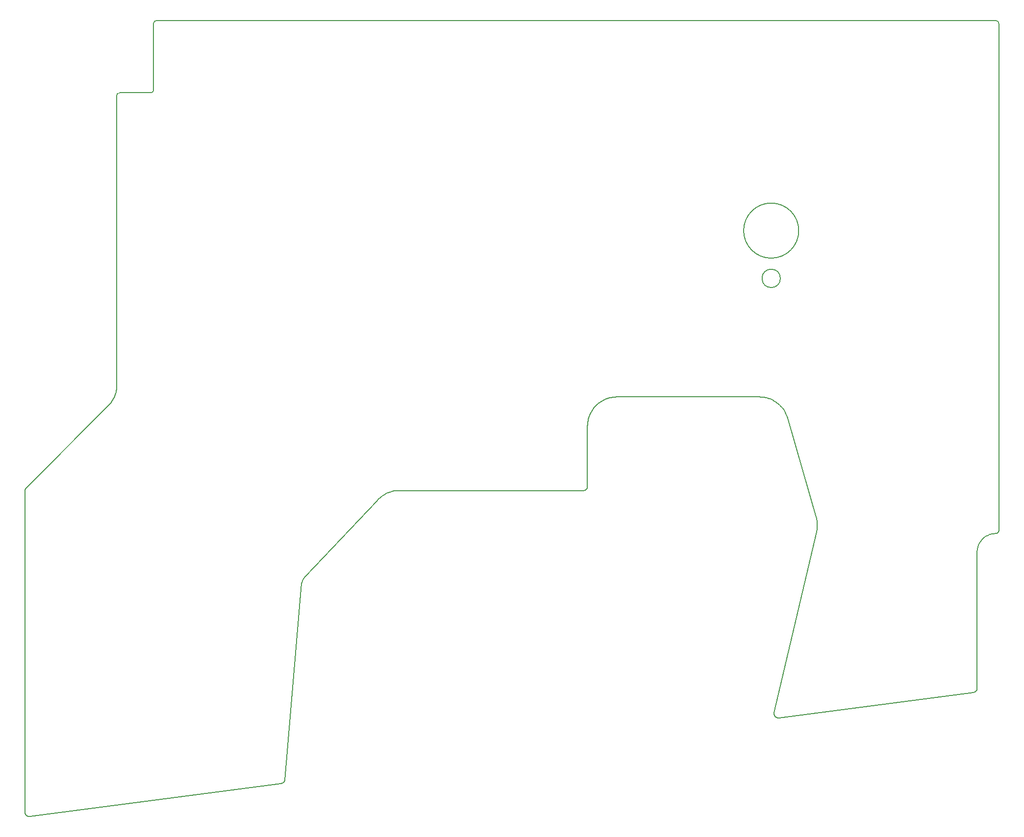
<source format=gbr>
%TF.GenerationSoftware,KiCad,Pcbnew,7.0.1*%
%TF.CreationDate,2023-04-16T02:52:33-08:00*%
%TF.ProjectId,SELECT JETT PANEL,53454c45-4354-4204-9a45-54542050414e,4*%
%TF.SameCoordinates,Original*%
%TF.FileFunction,Profile,NP*%
%FSLAX46Y46*%
G04 Gerber Fmt 4.6, Leading zero omitted, Abs format (unit mm)*
G04 Created by KiCad (PCBNEW 7.0.1) date 2023-04-16 02:52:33*
%MOMM*%
%LPD*%
G01*
G04 APERTURE LIST*
%TA.AperFunction,Profile*%
%ADD10C,0.200000*%
%TD*%
G04 APERTURE END LIST*
D10*
X198710000Y-65655000D02*
G75*
G03*
X198710000Y-65655000I-4762500J0D01*
G01*
X195535000Y-73910000D02*
G75*
G03*
X195535000Y-73910000I-1587500J0D01*
G01*
X164268286Y-95405407D02*
X164071086Y-95559028D01*
X232121572Y-118082515D02*
X231969379Y-118114191D01*
X161486361Y-110600146D02*
X161448576Y-110601083D01*
X229470375Y-144996789D02*
X229457503Y-145028272D01*
X196585776Y-97488598D02*
X196500269Y-97299481D01*
X233007111Y-117893884D02*
X232977209Y-117913922D01*
X232631420Y-118030066D02*
X232593138Y-118032250D01*
X231969379Y-118114191D02*
X231819991Y-118153011D01*
X228858061Y-145479920D02*
X195307463Y-149896935D01*
X167290587Y-94408586D02*
X167038683Y-94414829D01*
X229410916Y-145118364D02*
X229392845Y-145146812D01*
X201874294Y-117254869D02*
X201893417Y-117093855D01*
X232848213Y-117979673D02*
X232813838Y-117992282D01*
X163698470Y-95896485D02*
X163524763Y-96079022D01*
X161670191Y-110568147D02*
X161634312Y-110578103D01*
X165119984Y-94895666D02*
X164898457Y-95007045D01*
X229500541Y-144898535D02*
X229491928Y-144931882D01*
X87770000Y-29330000D02*
G75*
G03*
X87270000Y-29830000I0J-500000D01*
G01*
X195968851Y-96425447D02*
X195843188Y-96266002D01*
X229820866Y-119856229D02*
X229759807Y-119994595D01*
X201801347Y-115484043D02*
X201763878Y-115325821D01*
X201907380Y-116932475D02*
X201916186Y-116770854D01*
X231121579Y-118447599D02*
X230992893Y-118525281D01*
X233329616Y-117308978D02*
X233326799Y-117346829D01*
X162206841Y-109914403D02*
X162202219Y-109951613D01*
X194806905Y-95311500D02*
X194638882Y-95200033D01*
X65094198Y-166415558D02*
X65082542Y-166376974D01*
X161634312Y-110578103D02*
X161597927Y-110586307D01*
X194448020Y-149197118D02*
X194446045Y-149151356D01*
X229759807Y-119994595D02*
X229705241Y-120136297D01*
X166052331Y-94561794D02*
X165813141Y-94628171D01*
X196201396Y-96760149D02*
X196088320Y-96590213D01*
X161871338Y-110473064D02*
X161839808Y-110492990D01*
X230868303Y-118608773D02*
X230747993Y-118697886D01*
X127396557Y-111162549D02*
X127053097Y-111356351D01*
X161561099Y-110592732D02*
X161523889Y-110597354D01*
X231390500Y-118310428D02*
X231254176Y-118375918D01*
X233297737Y-117492514D02*
X233286244Y-117527277D01*
X126726076Y-111575865D02*
X126416999Y-111819995D01*
X65070354Y-110475268D02*
X65078558Y-110438884D01*
X65160513Y-166561916D02*
X65141052Y-166526680D01*
X162195794Y-109988441D02*
X162187590Y-110024826D01*
X195282596Y-95684439D02*
X195128961Y-95553853D01*
X194612805Y-149617280D02*
X194584931Y-149580155D01*
X194945221Y-149856717D02*
X194902928Y-149839729D01*
X65205097Y-110171285D02*
X65228141Y-110141706D01*
X201721281Y-115168595D02*
X196797148Y-98081864D01*
X195431036Y-95821097D02*
X195282596Y-95684439D01*
X164682388Y-95129243D02*
X164472192Y-95262088D01*
X109888559Y-160751892D02*
X109877917Y-160777004D01*
X65413312Y-166821934D02*
X65379453Y-166799465D01*
X80077076Y-95148177D02*
X80209920Y-94937983D01*
X79616389Y-95739355D02*
X79780138Y-95549280D01*
X229179709Y-145359603D02*
X229151047Y-145377723D01*
X192952809Y-94515171D02*
X192749808Y-94477201D01*
X192749808Y-94477201D02*
X192544408Y-94447407D01*
X162177634Y-110060704D02*
X162165952Y-110096013D01*
X193350812Y-94615038D02*
X193153210Y-94561166D01*
X162430160Y-98011140D02*
X162363784Y-98250330D01*
X163524763Y-96079022D02*
X163361013Y-96269097D01*
X229331486Y-145226862D02*
X229308766Y-145251649D01*
X79780138Y-95549280D02*
X79933758Y-95352082D01*
X65100196Y-110367697D02*
X65113579Y-110333019D01*
X194470206Y-149332023D02*
X194460131Y-149287573D01*
X231530367Y-118251320D02*
X231390500Y-118310428D01*
X109812462Y-160894739D02*
X109780926Y-160937884D01*
X231673592Y-118198784D02*
X231530367Y-118251320D01*
X201860895Y-115802984D02*
X201833688Y-115643139D01*
X201893417Y-117093855D02*
X201907380Y-116932475D01*
X229616325Y-120428944D02*
X229582344Y-120579509D01*
X229520583Y-144724442D02*
X229519758Y-144760112D01*
X229491928Y-144931882D02*
X229481862Y-144964646D01*
X80209920Y-94937983D02*
X80332117Y-94721915D01*
X164472192Y-95262088D02*
X164268286Y-95405407D01*
X162187590Y-110024826D02*
X162177634Y-110060704D01*
X194821631Y-149798256D02*
X194782864Y-149773859D01*
X162216821Y-99236677D02*
X162210577Y-99488580D01*
X80777365Y-93568047D02*
X80832059Y-93325482D01*
X194745509Y-149747078D02*
X194709683Y-149717957D01*
X233035986Y-117872497D02*
X233007111Y-117893884D01*
X194109237Y-94906275D02*
X193924827Y-94822403D01*
X129307817Y-110617592D02*
X128904716Y-110666391D01*
X201785933Y-117734475D02*
X201820555Y-117575302D01*
X201850007Y-117415392D02*
X201874294Y-117254869D01*
X229481862Y-144964646D02*
X229470375Y-144996789D01*
X109537708Y-161140802D02*
X109489610Y-161164096D01*
X109866433Y-160801615D02*
X109841016Y-160849273D01*
X192544408Y-94447407D02*
X192336809Y-94425940D01*
X194516126Y-149460797D02*
X194498235Y-149418756D01*
X201918339Y-116447381D02*
X201911692Y-116285777D01*
X109489610Y-161164096D02*
X109439763Y-161184039D01*
X65163673Y-110233398D02*
X65183600Y-110201870D01*
X65141052Y-166526680D02*
X65123489Y-166490489D01*
X230126341Y-119339922D02*
X230041155Y-119463044D01*
X233273149Y-117561286D02*
X233258495Y-117594494D01*
X65346704Y-166775116D02*
X65315147Y-166748910D01*
X109388321Y-161200504D02*
X109362050Y-161207391D01*
X65484030Y-166861128D02*
X65448198Y-166842496D01*
X229353096Y-145201101D02*
X229331486Y-145226862D01*
X109898340Y-160726297D02*
X109888559Y-160751892D01*
X192127209Y-94412949D02*
X191915808Y-94408586D01*
X229519758Y-144760112D02*
X229517307Y-144795395D01*
X109877917Y-160777004D02*
X109866433Y-160801615D01*
X65228141Y-110141706D02*
X65252703Y-110113196D01*
X194446834Y-149105400D02*
X194450417Y-149059371D01*
X228995374Y-145448812D02*
X228962007Y-145458854D01*
X232977209Y-117913922D02*
X232946324Y-117932566D01*
X65107859Y-166453422D02*
X65094198Y-166415558D01*
X233116004Y-117800699D02*
X233090476Y-117825859D01*
X229507664Y-144864646D02*
X229500541Y-144898535D01*
X81380000Y-41830000D02*
G75*
G03*
X80880000Y-42330000I0J-500000D01*
G01*
X201833688Y-115643139D02*
X201801347Y-115484043D01*
X201919838Y-116609115D02*
X201918339Y-116447381D01*
X194536560Y-149501792D02*
X194516126Y-149460797D01*
X229121515Y-145394595D02*
X229091147Y-145410178D01*
X229513264Y-144830253D02*
X229507664Y-144864646D01*
X128904716Y-110666391D02*
X128510535Y-110746381D01*
X161523889Y-110597354D02*
X161486361Y-110600146D01*
X65917030Y-166931481D02*
X65876231Y-166935740D01*
X233307584Y-117457042D02*
X233297737Y-117492514D01*
X229260132Y-145298145D02*
X229234286Y-145319775D01*
X165577742Y-94706057D02*
X165346550Y-94795280D01*
X229234286Y-145319775D02*
X229207467Y-145340274D01*
X231819991Y-118153011D02*
X231673592Y-118198784D01*
X162597268Y-97544552D02*
X162508045Y-97775742D01*
X165346550Y-94795280D02*
X165119984Y-94895666D01*
X232778701Y-118003268D02*
X232742847Y-118012584D01*
X161740181Y-110543082D02*
X161705502Y-110556465D01*
X229705241Y-120136297D02*
X229657352Y-120281143D01*
X233205627Y-117688858D02*
X233185182Y-117718407D01*
X65794835Y-166937665D02*
X65754404Y-166935381D01*
X194466464Y-95095240D02*
X194289849Y-94997270D01*
X232669162Y-118026029D02*
X232631420Y-118030066D01*
X233140326Y-117774374D02*
X233116004Y-117800699D01*
X161901924Y-110451567D02*
X161871338Y-110473064D01*
X65315147Y-166748910D02*
X65285044Y-166721044D01*
X65256625Y-166691753D02*
X65229928Y-166661117D01*
X87770000Y-29330000D02*
X232670000Y-29320000D01*
X80332117Y-94721915D02*
X80443495Y-94500390D01*
X162102477Y-110230316D02*
X162082551Y-110261845D01*
X86780000Y-41830000D02*
G75*
G03*
X87280000Y-41330000I0J500000D01*
G01*
X194638882Y-95200033D02*
X194466464Y-95095240D01*
X195122608Y-149898669D02*
X195077266Y-149892168D01*
X65145344Y-110265807D02*
X65163673Y-110233398D01*
X162266249Y-98738419D02*
X162235435Y-98986485D01*
X65278759Y-110085816D02*
X79442683Y-95921891D01*
X109841016Y-160849273D02*
X109812462Y-160894739D01*
X65635162Y-166915844D02*
X65596372Y-166905187D01*
X193545415Y-94676635D02*
X193350812Y-94615038D01*
X162209633Y-109876875D02*
X162206841Y-109914403D01*
X109907240Y-160700234D02*
X112850000Y-126610000D01*
X229888233Y-119721388D02*
X229820866Y-119856229D01*
X109746562Y-160978579D02*
X109709523Y-161016695D01*
X196088320Y-96590213D02*
X195968851Y-96425447D01*
X230313242Y-119106730D02*
X230217098Y-119221087D01*
X65088514Y-110403006D02*
X65100196Y-110367697D01*
X65183600Y-110201870D02*
X65205097Y-110171285D01*
X233242327Y-117626855D02*
X233224690Y-117658326D01*
X194902928Y-149839729D02*
X194861691Y-149820228D01*
X162165952Y-110096013D02*
X162152569Y-110130692D01*
X109583902Y-161114286D02*
X109537708Y-161140802D01*
X162697654Y-97317986D02*
X162597268Y-97544552D01*
X162309090Y-98492895D02*
X162266249Y-98738419D01*
X229151047Y-145377723D02*
X229121515Y-145394595D01*
X65056516Y-110586834D02*
X65059308Y-110549306D01*
X229524521Y-121045882D02*
X229520567Y-121205598D01*
X109362050Y-161207391D02*
X109335438Y-161213361D01*
X65835472Y-166937793D02*
X65794835Y-166937665D01*
X109308504Y-161218396D02*
X109281268Y-161222482D01*
X65056669Y-166217010D02*
X65055566Y-166176003D01*
X229961724Y-119590262D02*
X229888233Y-119721388D01*
X65123489Y-166490489D02*
X65107859Y-166453422D01*
X194584931Y-149580155D02*
X194559506Y-149541618D01*
X230217098Y-119221087D02*
X230126341Y-119339922D01*
X229443279Y-145059054D02*
X229427739Y-145089098D01*
X65252703Y-110113196D02*
X65278759Y-110085816D01*
X201911692Y-116285777D02*
X201899901Y-116124427D01*
X65558199Y-166892498D02*
X65520724Y-166877803D01*
X109780926Y-160937884D02*
X109746562Y-160978579D01*
X228893316Y-145474447D02*
X228858061Y-145479920D01*
X65285044Y-166721044D02*
X65256625Y-166691753D01*
X165813141Y-94628171D02*
X165577742Y-94706057D01*
X127754952Y-110995557D02*
X127396557Y-111162549D01*
X233185182Y-117718407D02*
X233163401Y-117746928D01*
X80832059Y-93325482D02*
X80874900Y-93079958D01*
X230520951Y-118892210D02*
X230414587Y-118997041D01*
X194466093Y-148967584D02*
X201785933Y-117734475D01*
X194460131Y-149287573D02*
X194452725Y-149242565D01*
X109907240Y-160700234D02*
X109898340Y-160726297D01*
X229284970Y-145275423D02*
X229260132Y-145298145D01*
X229520567Y-121205598D02*
X229520583Y-144724442D01*
X126416999Y-111819995D02*
X126127368Y-112087647D01*
X195260963Y-149901616D02*
X195214574Y-149903436D01*
X126127368Y-112087647D02*
X125858687Y-112377723D01*
X232593138Y-118032250D02*
X232433636Y-118041354D01*
X162363784Y-98250330D02*
X162309090Y-98492895D01*
X229091147Y-145410178D02*
X229059978Y-145424435D01*
X65082542Y-166376974D02*
X65072925Y-166337749D01*
X233163401Y-117746928D02*
X233140326Y-117774374D01*
X229059978Y-145424435D02*
X229028042Y-145437327D01*
X65876231Y-166935740D02*
X65835472Y-166937793D01*
X195032508Y-149882980D02*
X194988454Y-149871149D01*
X195077266Y-149892168D02*
X195032508Y-149882980D01*
X80905714Y-92831891D02*
X80924329Y-92581699D01*
X162152569Y-110130692D02*
X162137512Y-110164676D01*
X195168417Y-149902439D02*
X195122608Y-149898669D01*
X162210577Y-99488580D02*
X162210570Y-109839089D01*
X167038683Y-94414829D02*
X166788490Y-94433444D01*
X233326799Y-117346829D02*
X233322159Y-117384154D01*
X232813838Y-117992282D02*
X232778701Y-118003268D01*
X163064073Y-96670199D02*
X162931229Y-96880394D01*
X201882967Y-115963455D02*
X201860895Y-115802984D01*
X109281268Y-161222482D02*
X65917030Y-166931481D01*
X125858687Y-112377723D02*
X113476909Y-125408413D01*
X127053097Y-111356351D02*
X126726076Y-111575865D01*
X232946324Y-117932566D02*
X232914500Y-117949770D01*
X113476909Y-125408413D02*
G75*
G03*
X112850000Y-126610000I2103091J-1861587D01*
G01*
X233330565Y-117270646D02*
X233329616Y-117308978D01*
X232433636Y-118041354D02*
X232276386Y-118058172D01*
X196500269Y-97299481D02*
X196407570Y-97114934D01*
X65055581Y-110624620D02*
X65056516Y-110586834D01*
X162013450Y-110350525D02*
X161987395Y-110377908D01*
X233310000Y-29960000D02*
G75*
G03*
X232670000Y-29320000I-640000J0D01*
G01*
X161931504Y-110428525D02*
X161901924Y-110451567D01*
X228962007Y-145458854D02*
X228927976Y-145467412D01*
X229657352Y-120281143D02*
X229616325Y-120428944D01*
X196734415Y-97879940D02*
X196663891Y-97682134D01*
X162508045Y-97775742D02*
X162430160Y-98011140D01*
X130004484Y-110584967D02*
X129307817Y-110617592D01*
X65059953Y-166257689D02*
X65056669Y-166217010D01*
X194456827Y-149013392D02*
X194466093Y-148967584D01*
X232276386Y-118058172D02*
X232121572Y-118082515D01*
X109709523Y-161016695D02*
X109669964Y-161052104D01*
X80710989Y-93807237D02*
X80777365Y-93568047D01*
X161960015Y-110403963D02*
X161931504Y-110428525D01*
X80443495Y-94500390D02*
X80543881Y-94273825D01*
X161705502Y-110556465D02*
X161670191Y-110568147D01*
X166788490Y-94433444D02*
X166540422Y-94464258D01*
X229457503Y-145028272D02*
X229443279Y-145059054D01*
X232706319Y-118020187D02*
X232669162Y-118026029D01*
X193153210Y-94561166D02*
X192952809Y-94515171D01*
X162038012Y-110322012D02*
X162013450Y-110350525D01*
X228927976Y-145467412D02*
X228893316Y-145474447D01*
X230414587Y-118997041D02*
X230313242Y-119106730D01*
X65379453Y-166799465D02*
X65346704Y-166775116D01*
X229207467Y-145340274D02*
X229179709Y-145359603D01*
X229028042Y-145437327D02*
X228995374Y-145448812D01*
X233322159Y-117384154D02*
X233315739Y-117420907D01*
X195711532Y-96112029D02*
X195574081Y-95963677D01*
X161597927Y-110586307D02*
X161561099Y-110592732D01*
X162082551Y-110261845D02*
X162061054Y-110292432D01*
X233286244Y-117527277D02*
X233273149Y-117561286D01*
X65520724Y-166877803D02*
X65484030Y-166861128D01*
X229308766Y-145251649D02*
X229284970Y-145275423D01*
X65674485Y-166924446D02*
X65635162Y-166915844D01*
X128126779Y-110856469D02*
X127754952Y-110995557D01*
X233315739Y-117420907D02*
X233307584Y-117457042D01*
X80543881Y-94273825D02*
X80633103Y-94042635D01*
X229427739Y-145089098D02*
X229410916Y-145118364D01*
X128510535Y-110746381D02*
X128126779Y-110856469D01*
X194988454Y-149871149D02*
X194945221Y-149856717D01*
X233063789Y-117849806D02*
X233035986Y-117872497D01*
X193924827Y-94822403D02*
X193736820Y-94745807D01*
X196663891Y-97682134D02*
X196585776Y-97488598D01*
X229582344Y-120579509D02*
X229555593Y-120732647D01*
X194450417Y-149059371D02*
X194456827Y-149013392D01*
X80930572Y-92329797D02*
X80880000Y-42330000D01*
X163881009Y-95722778D02*
X163698470Y-95896485D01*
X194782864Y-149773859D02*
X194745509Y-149747078D01*
X229373560Y-145174404D02*
X229353096Y-145201101D01*
X201899901Y-116124427D02*
X201882967Y-115963455D01*
X87270000Y-29830000D02*
X87280000Y-41330000D01*
X230041155Y-119463044D02*
X229961724Y-119590262D01*
X193736820Y-94745807D02*
X193545415Y-94676635D01*
X194498235Y-149418756D02*
X194482917Y-149375791D01*
X229392845Y-145146812D02*
X229373560Y-145174404D01*
X194289849Y-94997270D02*
X194109237Y-94906275D01*
X80633103Y-94042635D02*
X80710989Y-93807237D01*
X109439763Y-161184039D02*
X109388321Y-161200504D01*
X233090476Y-117825859D02*
X233063789Y-117849806D01*
X79442683Y-95921891D02*
X79616389Y-95739355D01*
X230632147Y-118792428D02*
X230520951Y-118892210D01*
X233310000Y-29960000D02*
X233330565Y-117270646D01*
X65754404Y-166935381D02*
X65714260Y-166930967D01*
X195574081Y-95963677D02*
X195431036Y-95821097D01*
X65181836Y-166596120D02*
X65160513Y-166561916D01*
X194482917Y-149375791D02*
X194470206Y-149332023D01*
X65596372Y-166905187D02*
X65558199Y-166892498D01*
X191915808Y-94408586D02*
X167290587Y-94408586D01*
X201916186Y-116770854D02*
X201919838Y-116609115D01*
X194861691Y-149820228D02*
X194821631Y-149798256D01*
X65128637Y-110299035D02*
X65145344Y-110265807D01*
X229555593Y-120732647D02*
X229536257Y-120888168D01*
X161987395Y-110377908D02*
X161960015Y-110403963D01*
X80924329Y-92581699D02*
X80930572Y-92329797D01*
X65059308Y-110549306D02*
X65063929Y-110512096D01*
X162235435Y-98986485D02*
X162216821Y-99236677D01*
X233258495Y-117594494D02*
X233242327Y-117626855D01*
X65078558Y-110438884D02*
X65088514Y-110403006D01*
X65229928Y-166661117D02*
X65204986Y-166629213D01*
X161839808Y-110492990D02*
X161807397Y-110511319D01*
X65448198Y-166842496D02*
X65413312Y-166821934D01*
X80874900Y-93079958D02*
X80905714Y-92831891D01*
X163361013Y-96269097D02*
X163207392Y-96466295D01*
X192336809Y-94425940D02*
X192127209Y-94412949D01*
X161448576Y-110601083D02*
X130004484Y-110584967D01*
X163207392Y-96466295D02*
X163064073Y-96670199D01*
X194709683Y-149717957D02*
X194675506Y-149686541D01*
X162061054Y-110292432D02*
X162038012Y-110322012D01*
X109628039Y-161084677D02*
X109583902Y-161114286D01*
X194675506Y-149686541D02*
X194643095Y-149652871D01*
X162120806Y-110197905D02*
X162102477Y-110230316D01*
X195214574Y-149903436D02*
X195168417Y-149902439D01*
X201820555Y-117575302D02*
X201850007Y-117415392D01*
X201763878Y-115325821D02*
X201721281Y-115168595D01*
X232914500Y-117949770D02*
X232881782Y-117965487D01*
X65113579Y-110333019D02*
X65128637Y-110299035D01*
X162809032Y-97096461D02*
X162697654Y-97317986D01*
X86780000Y-41830000D02*
X81380000Y-41830000D01*
X161807397Y-110511319D02*
X161774167Y-110528025D01*
X194559506Y-149541618D02*
X194536560Y-149501792D01*
X233224690Y-117658326D02*
X233205627Y-117688858D01*
X162931229Y-96880394D02*
X162809032Y-97096461D01*
X162202219Y-109951613D02*
X162195794Y-109988441D01*
X166294897Y-94507099D02*
X166052331Y-94561794D01*
X65063929Y-110512096D02*
X65070354Y-110475268D01*
X232742847Y-118012584D02*
X232706319Y-118020187D01*
X79933758Y-95352082D02*
X80077076Y-95148177D01*
X229517307Y-144795395D02*
X229513264Y-144830253D01*
X232881782Y-117965487D02*
X232848213Y-117979673D01*
X195843188Y-96266002D02*
X195711532Y-96112029D01*
X65204986Y-166629213D02*
X65181836Y-166596120D01*
X196407570Y-97114934D02*
X196307879Y-96935106D01*
X196307879Y-96935106D02*
X196201396Y-96760149D01*
X229536257Y-120888168D02*
X229524521Y-121045882D01*
X65065384Y-166297961D02*
X65059953Y-166257689D01*
X194643095Y-149652871D02*
X194612805Y-149617280D01*
X230747993Y-118697886D02*
X230632147Y-118792428D01*
X195128961Y-95553853D02*
X194970331Y-95429490D01*
X109335438Y-161213361D02*
X109308504Y-161218396D01*
X166540422Y-94464258D02*
X166294897Y-94507099D01*
X194970331Y-95429490D02*
X194806905Y-95311500D01*
X65055566Y-166176003D02*
X65055581Y-110624620D01*
X162210570Y-109839089D02*
X162209633Y-109876875D01*
X109669964Y-161052104D02*
X109628039Y-161084677D01*
X164071086Y-95559028D02*
X163881009Y-95722778D01*
X194446045Y-149151356D02*
X194446834Y-149105400D01*
X162137512Y-110164676D02*
X162120806Y-110197905D01*
X164898457Y-95007045D02*
X164682388Y-95129243D01*
X196797148Y-98081864D02*
X196734415Y-97879940D01*
X65714260Y-166930967D02*
X65674485Y-166924446D01*
X161774167Y-110528025D02*
X161740181Y-110543082D01*
X194452725Y-149242565D02*
X194448020Y-149197118D01*
X65072925Y-166337749D02*
X65065384Y-166297961D01*
X230992893Y-118525281D02*
X230868303Y-118608773D01*
X195307463Y-149896935D02*
X195260963Y-149901616D01*
X231254176Y-118375918D02*
X231121579Y-118447599D01*
M02*

</source>
